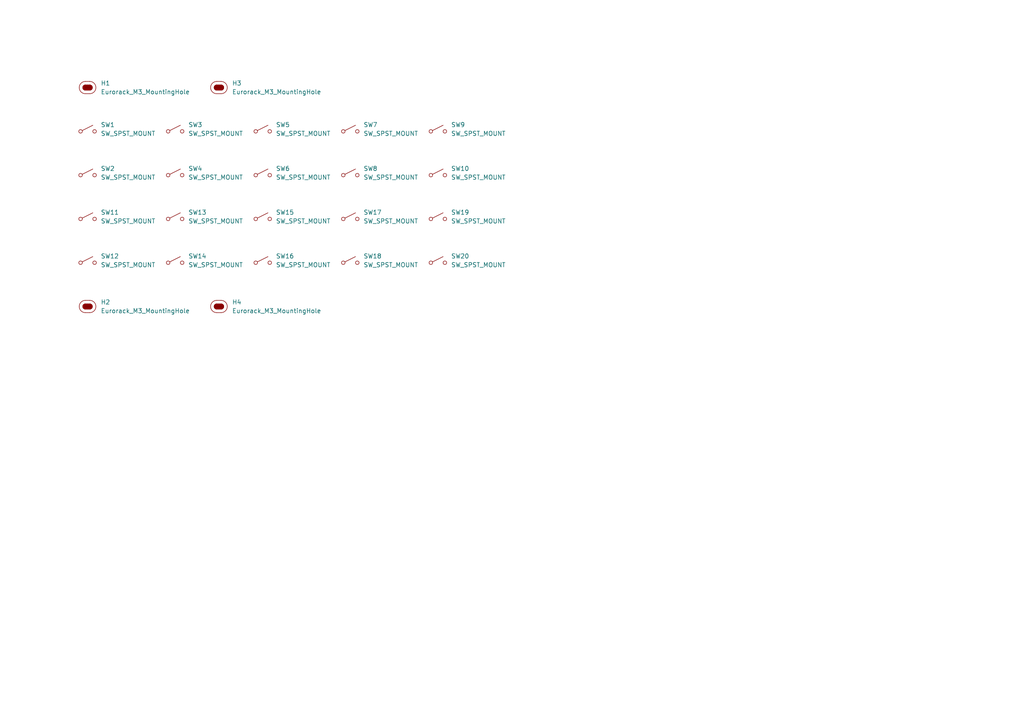
<source format=kicad_sch>
(kicad_sch (version 20250114) (generator "eeschema") (generator_version "9.0")
  (paper "A4")
  (lib_symbols
    (symbol "EXC:Eurorack_M3_MountingHole" (pin_names (offset 1.016))
      (property "Reference" "H" (at 0 5.08 0))
      (property "Value" "Eurorack_M3_MountingHole" (at 0 3.175 0))
      (symbol "Eurorack_M3_MountingHole_0_1"
        (polyline (pts (xy -0.635 0.762) (xy 0.635 0.762)))
        (circle (center -0.635 0) (radius 0.762) (fill (type outline)))
        (arc (start -0.635 -0.762) (mid -1.397 0) (end -0.635 0.762))
        (arc (start -0.635 -1.778) (mid -2.413 0) (end -0.635 1.778))
        (polyline (pts (xy -0.635 -0.762) (xy 0.635 -0.762)))
        (polyline (pts (xy -0.635 -1.778) (xy 0.635 -1.778)))
        (circle (center 0 0) (radius 0.762) (fill (type outline)))
        (polyline (pts (xy 0.635 1.778) (xy -0.635 1.778)))
        (arc (start 0.6141 1.778) (mid 2.4131 0) (end 0.6141 -1.778))
        (arc (start 0.6227 0.762) (mid 1.3971 0) (end 0.6227 -0.762))
        (circle (center 0.635 0) (radius 0.762) (fill (type outline)))
      )
    )
    (symbol "EXC:SW_SPST-Cherry_Panel_Mount" (pin_names (offset 0) (hide yes))
      (property "Reference" "SW" (at 0 3.175 0))
      (property "Value" "SW_SPST_MOUNT" (at 0 -2.032 0))
      (symbol "SW_SPST-Cherry_Panel_Mount_0_0"
        (circle (center -2.032 0) (radius 0.508))
        (polyline (pts (xy -1.524 0.254) (xy 1.524 1.778)))
        (circle (center 2.032 0) (radius 0.508))
      )
    )
  )
  (symbol (lib_id "EXC:Eurorack_M3_MountingHole") (at 25.4 25.4 0) (unit 1)
    (property "Reference" "H1" (at 29.21 24.1299 0) (effects (justify left)))
    (property "Value" "Eurorack_M3_MountingHole" (at 29.21 26.6699 0) (effects (justify left)))
    (property "Footprint" "EXC:MountingHole_3.2mm_M3" (effects (hide yes)))
    (property "Description" "Mounting Hole without connection" (effects (hide yes)))
  )
  (symbol (lib_id "EXC:SW_SPST-Cherry_Panel_Mount") (at 50.8 50.8 0) (unit 1)
    (property "Reference" "SW4" (at 54.61 48.8949 0) (effects (justify left)))
    (property "Value" "SW_SPST_MOUNT" (at 54.61 51.4349 0) (effects (justify left)))
    (property "Footprint" "EXC:SW_Cherry_MX_1.00u_Mount" (effects (hide yes)))
    (property "Datasheet" "https://hirosarts.com/blog/keycap-dimensions-guide-for-beginners/" (effects (hide yes)))
    (property "Description" "Single Pole Single Throw (SPST) panel-mount switch" (effects (hide yes)))
    (property "Source" "https://www.adafruit.com/product/4954" (effects (hide yes)))
  )
  (symbol (lib_id "EXC:SW_SPST-Cherry_Panel_Mount") (at 50.8 38.1 0) (unit 1)
    (property "Reference" "SW3" (at 54.61 36.1949 0) (effects (justify left)))
    (property "Value" "SW_SPST_MOUNT" (at 54.61 38.7349 0) (effects (justify left)))
    (property "Footprint" "EXC:SW_Cherry_MX_1.00u_Mount" (effects (hide yes)))
    (property "Datasheet" "https://hirosarts.com/blog/keycap-dimensions-guide-for-beginners/" (effects (hide yes)))
    (property "Description" "Single Pole Single Throw (SPST) panel-mount switch" (effects (hide yes)))
    (property "Source" "https://www.adafruit.com/product/4954" (effects (hide yes)))
  )
  (symbol (lib_id "EXC:SW_SPST-Cherry_Panel_Mount") (at 127 63.5 0) (unit 1)
    (property "Reference" "SW19" (at 130.81 61.5949 0) (effects (justify left)))
    (property "Value" "SW_SPST_MOUNT" (at 130.81 64.1349 0) (effects (justify left)))
    (property "Footprint" "EXC:SW_Cherry_MX_1.00u_Mount" (effects (hide yes)))
    (property "Datasheet" "https://hirosarts.com/blog/keycap-dimensions-guide-for-beginners/" (effects (hide yes)))
    (property "Description" "Single Pole Single Throw (SPST) panel-mount switch" (effects (hide yes)))
    (property "Source" "https://www.adafruit.com/product/4954" (effects (hide yes)))
  )
  (symbol (lib_id "EXC:SW_SPST-Cherry_Panel_Mount") (at 101.6 50.8 0) (unit 1)
    (property "Reference" "SW8" (at 105.41 48.8949 0) (effects (justify left)))
    (property "Value" "SW_SPST_MOUNT" (at 105.41 51.4349 0) (effects (justify left)))
    (property "Footprint" "EXC:SW_Cherry_MX_1.00u_Mount" (effects (hide yes)))
    (property "Datasheet" "https://hirosarts.com/blog/keycap-dimensions-guide-for-beginners/" (effects (hide yes)))
    (property "Description" "Single Pole Single Throw (SPST) panel-mount switch" (effects (hide yes)))
    (property "Source" "https://www.adafruit.com/product/4954" (effects (hide yes)))
  )
  (symbol (lib_id "EXC:SW_SPST-Cherry_Panel_Mount") (at 50.8 63.5 0) (unit 1)
    (property "Reference" "SW13" (at 54.61 61.5949 0) (effects (justify left)))
    (property "Value" "SW_SPST_MOUNT" (at 54.61 64.1349 0) (effects (justify left)))
    (property "Footprint" "EXC:SW_Cherry_MX_1.00u_Mount" (effects (hide yes)))
    (property "Datasheet" "https://hirosarts.com/blog/keycap-dimensions-guide-for-beginners/" (effects (hide yes)))
    (property "Description" "Single Pole Single Throw (SPST) panel-mount switch" (effects (hide yes)))
    (property "Source" "https://www.adafruit.com/product/4954" (effects (hide yes)))
  )
  (symbol (lib_id "EXC:Eurorack_M3_MountingHole") (at 25.4 88.9 0) (unit 1)
    (property "Reference" "H2" (at 29.21 87.6299 0) (effects (justify left)))
    (property "Value" "Eurorack_M3_MountingHole" (at 29.21 90.1699 0) (effects (justify left)))
    (property "Footprint" "EXC:MountingHole_3.2mm_M3" (effects (hide yes)))
    (property "Description" "Mounting Hole without connection" (effects (hide yes)))
  )
  (symbol (lib_id "EXC:SW_SPST-Cherry_Panel_Mount") (at 127 50.8 0) (unit 1)
    (property "Reference" "SW10" (at 130.81 48.8949 0) (effects (justify left)))
    (property "Value" "SW_SPST_MOUNT" (at 130.81 51.4349 0) (effects (justify left)))
    (property "Footprint" "EXC:SW_Cherry_MX_1.00u_Mount" (effects (hide yes)))
    (property "Datasheet" "https://hirosarts.com/blog/keycap-dimensions-guide-for-beginners/" (effects (hide yes)))
    (property "Description" "Single Pole Single Throw (SPST) panel-mount switch" (effects (hide yes)))
    (property "Source" "https://www.adafruit.com/product/4954" (effects (hide yes)))
  )
  (symbol (lib_id "EXC:SW_SPST-Cherry_Panel_Mount") (at 76.2 63.5 0) (unit 1)
    (property "Reference" "SW15" (at 80.01 61.5949 0) (effects (justify left)))
    (property "Value" "SW_SPST_MOUNT" (at 80.01 64.1349 0) (effects (justify left)))
    (property "Footprint" "EXC:SW_Cherry_MX_1.00u_Mount" (effects (hide yes)))
    (property "Datasheet" "https://hirosarts.com/blog/keycap-dimensions-guide-for-beginners/" (effects (hide yes)))
    (property "Description" "Single Pole Single Throw (SPST) panel-mount switch" (effects (hide yes)))
    (property "Source" "https://www.adafruit.com/product/4954" (effects (hide yes)))
  )
  (symbol (lib_id "EXC:SW_SPST-Cherry_Panel_Mount") (at 101.6 76.2 0) (unit 1)
    (property "Reference" "SW18" (at 105.41 74.2949 0) (effects (justify left)))
    (property "Value" "SW_SPST_MOUNT" (at 105.41 76.8349 0) (effects (justify left)))
    (property "Footprint" "EXC:SW_Cherry_MX_1.00u_Mount" (effects (hide yes)))
    (property "Datasheet" "https://hirosarts.com/blog/keycap-dimensions-guide-for-beginners/" (effects (hide yes)))
    (property "Description" "Single Pole Single Throw (SPST) panel-mount switch" (effects (hide yes)))
    (property "Source" "https://www.adafruit.com/product/4954" (effects (hide yes)))
  )
  (symbol (lib_id "EXC:Eurorack_M3_MountingHole") (at 63.5 88.9 0) (unit 1)
    (property "Reference" "H4" (at 67.31 87.6299 0) (effects (justify left)))
    (property "Value" "Eurorack_M3_MountingHole" (at 67.31 90.1699 0) (effects (justify left)))
    (property "Footprint" "EXC:MountingHole_3.2mm_M3" (effects (hide yes)))
    (property "Description" "Mounting Hole without connection" (effects (hide yes)))
  )
  (symbol (lib_id "EXC:SW_SPST-Cherry_Panel_Mount") (at 127 38.1 0) (unit 1)
    (property "Reference" "SW9" (at 130.81 36.1949 0) (effects (justify left)))
    (property "Value" "SW_SPST_MOUNT" (at 130.81 38.7349 0) (effects (justify left)))
    (property "Footprint" "EXC:SW_Cherry_MX_1.00u_Mount" (effects (hide yes)))
    (property "Datasheet" "https://hirosarts.com/blog/keycap-dimensions-guide-for-beginners/" (effects (hide yes)))
    (property "Description" "Single Pole Single Throw (SPST) panel-mount switch" (effects (hide yes)))
    (property "Source" "https://www.adafruit.com/product/4954" (effects (hide yes)))
  )
  (symbol (lib_id "EXC:SW_SPST-Cherry_Panel_Mount") (at 76.2 38.1 0) (unit 1)
    (property "Reference" "SW5" (at 80.01 36.1949 0) (effects (justify left)))
    (property "Value" "SW_SPST_MOUNT" (at 80.01 38.7349 0) (effects (justify left)))
    (property "Footprint" "EXC:SW_Cherry_MX_1.00u_Mount" (effects (hide yes)))
    (property "Datasheet" "https://hirosarts.com/blog/keycap-dimensions-guide-for-beginners/" (effects (hide yes)))
    (property "Description" "Single Pole Single Throw (SPST) panel-mount switch" (effects (hide yes)))
    (property "Source" "https://www.adafruit.com/product/4954" (effects (hide yes)))
  )
  (symbol (lib_id "EXC:SW_SPST-Cherry_Panel_Mount") (at 25.4 63.5 0) (unit 1)
    (property "Reference" "SW11" (at 29.21 61.5949 0) (effects (justify left)))
    (property "Value" "SW_SPST_MOUNT" (at 29.21 64.1349 0) (effects (justify left)))
    (property "Footprint" "EXC:SW_Cherry_MX_1.00u_Mount" (effects (hide yes)))
    (property "Datasheet" "https://hirosarts.com/blog/keycap-dimensions-guide-for-beginners/" (effects (hide yes)))
    (property "Description" "Single Pole Single Throw (SPST) panel-mount switch" (effects (hide yes)))
    (property "Source" "https://www.adafruit.com/product/4954" (effects (hide yes)))
  )
  (symbol (lib_id "EXC:SW_SPST-Cherry_Panel_Mount") (at 25.4 76.2 0) (unit 1)
    (property "Reference" "SW12" (at 29.21 74.2949 0) (effects (justify left)))
    (property "Value" "SW_SPST_MOUNT" (at 29.21 76.8349 0) (effects (justify left)))
    (property "Footprint" "EXC:SW_Cherry_MX_1.00u_Mount" (effects (hide yes)))
    (property "Datasheet" "https://hirosarts.com/blog/keycap-dimensions-guide-for-beginners/" (effects (hide yes)))
    (property "Description" "Single Pole Single Throw (SPST) panel-mount switch" (effects (hide yes)))
    (property "Source" "https://www.adafruit.com/product/4954" (effects (hide yes)))
  )
  (symbol (lib_id "EXC:SW_SPST-Cherry_Panel_Mount") (at 25.4 50.8 0) (unit 1)
    (property "Reference" "SW2" (at 29.21 48.8949 0) (effects (justify left)))
    (property "Value" "SW_SPST_MOUNT" (at 29.21 51.4349 0) (effects (justify left)))
    (property "Footprint" "EXC:SW_Cherry_MX_1.00u_Mount" (effects (hide yes)))
    (property "Datasheet" "https://hirosarts.com/blog/keycap-dimensions-guide-for-beginners/" (effects (hide yes)))
    (property "Description" "Single Pole Single Throw (SPST) panel-mount switch" (effects (hide yes)))
    (property "Source" "https://www.adafruit.com/product/4954" (effects (hide yes)))
  )
  (symbol (lib_id "EXC:SW_SPST-Cherry_Panel_Mount") (at 76.2 50.8 0) (unit 1)
    (property "Reference" "SW6" (at 80.01 48.8949 0) (effects (justify left)))
    (property "Value" "SW_SPST_MOUNT" (at 80.01 51.4349 0) (effects (justify left)))
    (property "Footprint" "EXC:SW_Cherry_MX_1.00u_Mount" (effects (hide yes)))
    (property "Datasheet" "https://hirosarts.com/blog/keycap-dimensions-guide-for-beginners/" (effects (hide yes)))
    (property "Description" "Single Pole Single Throw (SPST) panel-mount switch" (effects (hide yes)))
    (property "Source" "https://www.adafruit.com/product/4954" (effects (hide yes)))
  )
  (symbol (lib_id "EXC:SW_SPST-Cherry_Panel_Mount") (at 76.2 76.2 0) (unit 1)
    (property "Reference" "SW16" (at 80.01 74.2949 0) (effects (justify left)))
    (property "Value" "SW_SPST_MOUNT" (at 80.01 76.8349 0) (effects (justify left)))
    (property "Footprint" "EXC:SW_Cherry_MX_1.00u_Mount" (effects (hide yes)))
    (property "Datasheet" "https://hirosarts.com/blog/keycap-dimensions-guide-for-beginners/" (effects (hide yes)))
    (property "Description" "Single Pole Single Throw (SPST) panel-mount switch" (effects (hide yes)))
    (property "Source" "https://www.adafruit.com/product/4954" (effects (hide yes)))
  )
  (symbol (lib_id "EXC:Eurorack_M3_MountingHole") (at 63.5 25.4 0) (unit 1)
    (property "Reference" "H3" (at 67.31 24.1299 0) (effects (justify left)))
    (property "Value" "Eurorack_M3_MountingHole" (at 67.31 26.6699 0) (effects (justify left)))
    (property "Footprint" "EXC:MountingHole_3.2mm_M3" (effects (hide yes)))
    (property "Description" "Mounting Hole without connection" (effects (hide yes)))
  )
  (symbol (lib_id "EXC:SW_SPST-Cherry_Panel_Mount") (at 25.4 38.1 0) (unit 1)
    (property "Reference" "SW1" (at 29.21 36.1949 0) (effects (justify left)))
    (property "Value" "SW_SPST_MOUNT" (at 29.21 38.7349 0) (effects (justify left)))
    (property "Footprint" "EXC:SW_Cherry_MX_1.00u_Mount" (effects (hide yes)))
    (property "Datasheet" "https://hirosarts.com/blog/keycap-dimensions-guide-for-beginners/" (effects (hide yes)))
    (property "Description" "Single Pole Single Throw (SPST) panel-mount switch" (effects (hide yes)))
    (property "Source" "https://www.adafruit.com/product/4954" (effects (hide yes)))
  )
  (symbol (lib_id "EXC:SW_SPST-Cherry_Panel_Mount") (at 101.6 38.1 0) (unit 1)
    (property "Reference" "SW7" (at 105.41 36.1949 0) (effects (justify left)))
    (property "Value" "SW_SPST_MOUNT" (at 105.41 38.7349 0) (effects (justify left)))
    (property "Footprint" "EXC:SW_Cherry_MX_1.00u_Mount" (effects (hide yes)))
    (property "Datasheet" "https://hirosarts.com/blog/keycap-dimensions-guide-for-beginners/" (effects (hide yes)))
    (property "Description" "Single Pole Single Throw (SPST) panel-mount switch" (effects (hide yes)))
    (property "Source" "https://www.adafruit.com/product/4954" (effects (hide yes)))
  )
  (symbol (lib_id "EXC:SW_SPST-Cherry_Panel_Mount") (at 101.6 63.5 0) (unit 1)
    (property "Reference" "SW17" (at 105.41 61.5949 0) (effects (justify left)))
    (property "Value" "SW_SPST_MOUNT" (at 105.41 64.1349 0) (effects (justify left)))
    (property "Footprint" "EXC:SW_Cherry_MX_1.00u_Mount" (effects (hide yes)))
    (property "Datasheet" "https://hirosarts.com/blog/keycap-dimensions-guide-for-beginners/" (effects (hide yes)))
    (property "Description" "Single Pole Single Throw (SPST) panel-mount switch" (effects (hide yes)))
    (property "Source" "https://www.adafruit.com/product/4954" (effects (hide yes)))
  )
  (symbol (lib_id "EXC:SW_SPST-Cherry_Panel_Mount") (at 127 76.2 0) (unit 1)
    (property "Reference" "SW20" (at 130.81 74.2949 0) (effects (justify left)))
    (property "Value" "SW_SPST_MOUNT" (at 130.81 76.8349 0) (effects (justify left)))
    (property "Footprint" "EXC:SW_Cherry_MX_1.00u_Mount" (effects (hide yes)))
    (property "Datasheet" "https://hirosarts.com/blog/keycap-dimensions-guide-for-beginners/" (effects (hide yes)))
    (property "Description" "Single Pole Single Throw (SPST) panel-mount switch" (effects (hide yes)))
    (property "Source" "https://www.adafruit.com/product/4954" (effects (hide yes)))
  )
  (symbol (lib_id "EXC:SW_SPST-Cherry_Panel_Mount") (at 50.8 76.2 0) (unit 1)
    (property "Reference" "SW14" (at 54.61 74.2949 0) (effects (justify left)))
    (property "Value" "SW_SPST_MOUNT" (at 54.61 76.8349 0) (effects (justify left)))
    (property "Footprint" "EXC:SW_Cherry_MX_1.00u_Mount" (effects (hide yes)))
    (property "Datasheet" "https://hirosarts.com/blog/keycap-dimensions-guide-for-beginners/" (effects (hide yes)))
    (property "Description" "Single Pole Single Throw (SPST) panel-mount switch" (effects (hide yes)))
    (property "Source" "https://www.adafruit.com/product/4954" (effects (hide yes)))
  )
)
</source>
